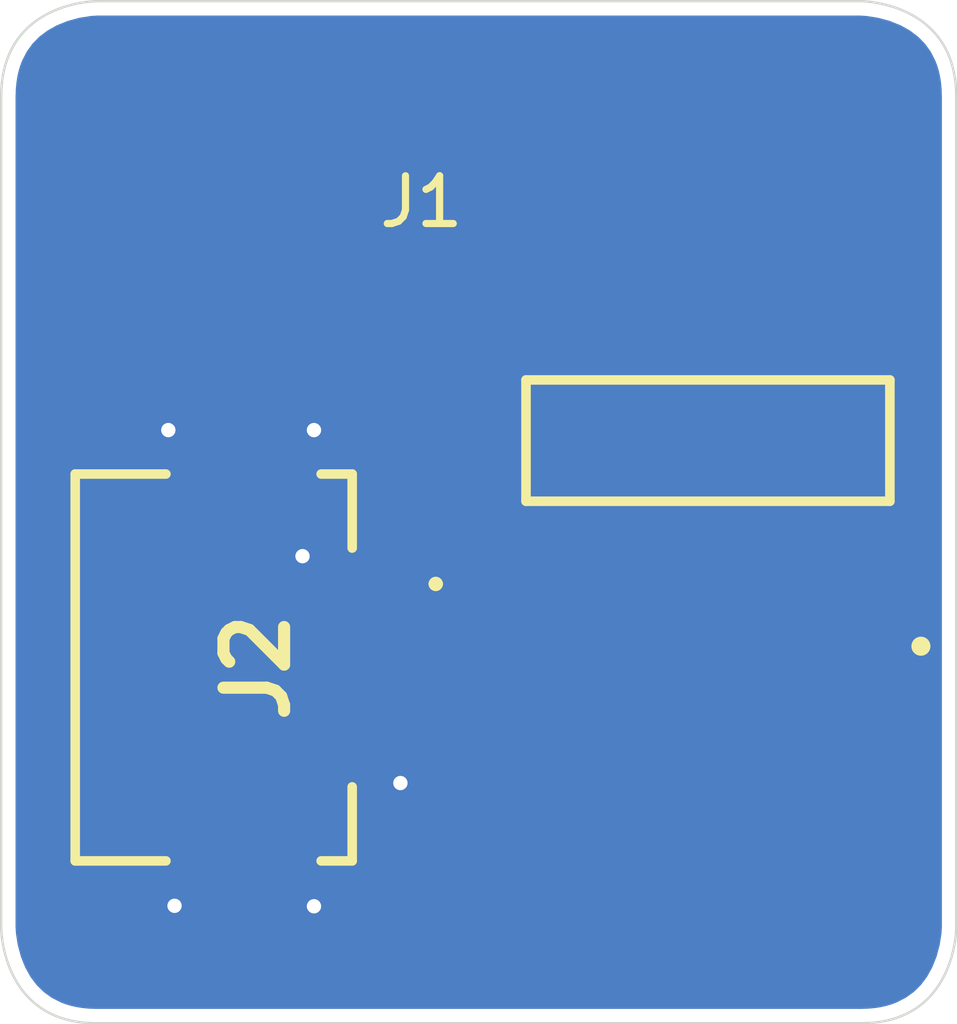
<source format=kicad_pcb>
(kicad_pcb (version 20241229) (generator "pcbnew") (generator_version "9.0")
  (title_block (comment 4 "AISLER Project ID: ZVZOHGQE"))
  (layers (0 "F.Cu" signal) (2 "B.Cu" signal) (13 "F.Paste" user) (15 "B.Paste" user) (5 "F.SilkS" user "F.Silkscreen") (7 "B.SilkS" user "B.Silkscreen") (1 "F.Mask" user) (3 "B.Mask" user) (25 "Edge.Cuts" user))
  (net 0 "")
  (net 1 "Net-(J1-Pad05)")
  (net 2 "Net-(J1-Pad01)")
  (net 3 "Net-(J1-Pad02)")
  (net 4 "Net-(J1-Pad04)")
  (net 5 "Net-(J1-Pad06)")
  (net 6 "Net-(J1-Pad03)")
  (net 7 "AVSS")
  (footprint "foots:TSM-103-01-L-DH" (layer "F.Cu") (at 134.8 69.2)
    (property "Reference" "J1" (at -6 -5 0) (layer "F.SilkS"))
    (property "Value" "TSM-103-01-L-DH" (hide yes))
    (fp_line (start -3.81 1.27) (end -3.81 -1.27) (stroke (width 0.2)) (layer "F.SilkS"))
    (fp_line (start 3.81 -1.27) (end -3.81 -1.27) (stroke (width 0.2)) (layer "F.SilkS"))
    (fp_line (start 3.81 -1.27) (end 3.81 1.27) (stroke (width 0.2)) (layer "F.SilkS"))
    (fp_line (start 3.81 1.27) (end -3.81 1.27) (stroke (width 0.2)) (layer "F.SilkS"))
    (fp_circle (center 4.46 4.305) (end 4.56 4.305) (stroke (width 0.2)) (fill no) (layer "F.SilkS"))
    (pad "01" smd rect (at 2.54 4.305) (size 1.27 3.18) (layers "F.Cu" "F.Mask" "F.Paste") (net 2 "Net-(J1-Pad01)"))
    (pad "02" smd rect (at 2.54 8.495) (size 1.27 3.18) (layers "F.Cu" "F.Mask" "F.Paste") (net 3 "Net-(J1-Pad02)"))
    (pad "03" smd rect (at 0 4.305) (size 1.27 3.18) (layers "F.Cu" "F.Mask" "F.Paste") (net 6 "Net-(J1-Pad03)"))
    (pad "04" smd rect (at 0 8.495) (size 1.27 3.18) (layers "F.Cu" "F.Mask" "F.Paste") (net 4 "Net-(J1-Pad04)"))
    (pad "05" smd rect (at -2.54 4.305) (size 1.27 3.18) (layers "F.Cu" "F.Mask" "F.Paste") (net 1 "Net-(J1-Pad05)"))
    (pad "06" smd rect (at -2.54 8.495) (size 1.27 3.18) (layers "F.Cu" "F.Mask" "F.Paste") (net 5 "Net-(J1-Pad06)"))
  )
  (footprint "foots:687108149022" (layer "F.Cu") (at 125.05 73.95 -90)
    (property "Reference" "J2" (at 0 -0.3 90) (layer "F.SilkS") (effects (font (size 1.27 1.27) (thickness 0.254))))
    (property "Value" "687108149022" (hide yes))
    (fp_line (start -4.05 3.5) (end 4.05 3.5) (stroke (width 0.2)) (layer "F.SilkS"))
    (fp_line (start 4.05 3.5) (end 4.05 1.6) (stroke (width 0.2)) (layer "F.SilkS"))
    (fp_line (start -4.05 1.6) (end -4.05 3.5) (stroke (width 0.2)) (layer "F.SilkS"))
    (fp_line (start -4.05 -1.65) (end -4.05 -2.3) (stroke (width 0.2)) (layer "F.SilkS"))
    (fp_line (start -4.05 -2.3) (end -2.5 -2.3) (stroke (width 0.2)) (layer "F.SilkS"))
    (fp_line (start 2.5 -2.3) (end 4.05 -2.3) (stroke (width 0.2)) (layer "F.SilkS"))
    (fp_line (start 4.05 -2.3) (end 4.05 -1.65) (stroke (width 0.2)) (layer "F.SilkS"))
    (fp_line (start -1.75 -4) (end -1.75 -4) (stroke (width 0.2)) (layer "F.SilkS"))
    (fp_line (start -1.75 -4) (end -1.75 -4) (stroke (width 0.2)) (layer "F.SilkS"))
    (fp_line (start -1.75 -4.1) (end -1.75 -4.1) (stroke (width 0.2)) (layer "F.SilkS"))
    (fp_arc (start -1.75 -4) (mid -1.8 -4.05) (end -1.75 -4.1) (stroke (width 0.2)) (layer "F.SilkS"))
    (fp_arc (start -1.75 -4.1) (mid -1.7 -4.05) (end -1.75 -4) (stroke (width 0.2)) (layer "F.SilkS"))
    (fp_arc (start -1.75 -4.1) (mid -1.7 -4.05) (end -1.75 -4) (stroke (width 0.2)) (layer "F.SilkS"))
    (pad "1" smd rect (at -1.75 -2.75 270) (size 0.3 1.3) (layers "F.Cu" "F.Mask" "F.Paste") (net 7 "AVSS"))
    (pad "2" smd rect (at -1.25 -2.75 270) (size 0.3 1.3) (layers "F.Cu" "F.Mask" "F.Paste") (net 2 "Net-(J1-Pad01)"))
    (pad "3" smd rect (at -0.75 -2.75 270) (size 0.3 1.3) (layers "F.Cu" "F.Mask" "F.Paste") (net 3 "Net-(J1-Pad02)"))
    (pad "4" smd rect (at -0.25 -2.75 270) (size 0.3 1.3) (layers "F.Cu" "F.Mask" "F.Paste") (net 6 "Net-(J1-Pad03)"))
    (pad "5" smd rect (at 0.25 -2.75 270) (size 0.3 1.3) (layers "F.Cu" "F.Mask" "F.Paste") (net 4 "Net-(J1-Pad04)"))
    (pad "6" smd rect (at 0.75 -2.75 270) (size 0.3 1.3) (layers "F.Cu" "F.Mask" "F.Paste") (net 1 "Net-(J1-Pad05)"))
    (pad "7" smd rect (at 1.25 -2.75 270) (size 0.3 1.3) (layers "F.Cu" "F.Mask" "F.Paste") (net 5 "Net-(J1-Pad06)"))
    (pad "8" smd rect (at 1.75 -2.75 270) (size 0.3 1.3) (layers "F.Cu" "F.Mask" "F.Paste") (net 7 "AVSS"))
    (pad "MP1" smd rect (at -3.55 0) (size 1.8 2) (layers "F.Cu" "F.Mask" "F.Paste") (net 7 "AVSS"))
    (pad "MP2" smd rect (at 3.55 0) (size 1.8 2) (layers "F.Cu" "F.Mask" "F.Paste") (net 7 "AVSS"))
  )
  (gr_curve (pts (xy 120 62) (xy 120 60) (xy 122 60) (xy 122 60)) (stroke (width 0.05)) (layer "Edge.Cuts"))
  (gr_curve (pts (xy 140 62) (xy 140 60) (xy 138 60) (xy 138 60)) (stroke (width 0.05)) (layer "Edge.Cuts"))
  (gr_line (start 120 79.4) (end 120 62) (stroke (width 0.05)) (layer "Edge.Cuts"))
  (gr_line (start 140 62) (end 140 79.4) (stroke (width 0.05)) (layer "Edge.Cuts"))
  (gr_curve (pts (xy 138 81.4) (xy 140 81.4) (xy 140 79.4) (xy 140 79.4)) (stroke (width 0.05)) (layer "Edge.Cuts"))
  (gr_line (start 122 60) (end 138 60) (stroke (width 0.05)) (layer "Edge.Cuts"))
  (gr_line (start 138 81.4) (end 122 81.4) (stroke (width 0.05)) (layer "Edge.Cuts"))
  (gr_curve (pts (xy 122 81.4) (xy 120 81.4) (xy 120 79.4) (xy 120 79.4)) (stroke (width 0.05)) (layer "Edge.Cuts"))
  (segment (start 130.245 73.505) (end 129.05 74.7) (width 0.3) (layer "F.Cu") (net 1))
  (segment (start 132.26 73.505) (end 130.245 73.505) (width 0.3) (layer "F.Cu") (net 1))
  (segment (start 129.05 74.7) (end 127.8 74.7) (width 0.3) (layer "F.Cu") (net 1))
  (segment (start 135.59 70.8) (end 130.8 70.8) (width 0.3) (layer "F.Cu") (net 2))
  (segment (start 130.8 70.8) (end 128.9 72.7) (width 0.3) (layer "F.Cu") (net 2))
  (segment (start 137.34 72.55) (end 135.59 70.8) (width 0.3) (layer "F.Cu") (net 2))
  (segment (start 128.9 72.7) (end 127.8 72.7) (width 0.3) (layer "F.Cu") (net 2))
  (segment (start 135.69 80.3) (end 130.22 80.3) (width 0.25) (layer "F.Cu") (net 3))
  (segment (start 126.05 74.048) (end 126.898 73.2) (width 0.25) (layer "F.Cu") (net 3))
  (segment (start 137.34 78.65) (end 135.69 80.3) (width 0.25) (layer "F.Cu") (net 3))
  (segment (start 126.05 76.13) (end 126.05 74.048) (width 0.25) (layer "F.Cu") (net 3))
  (segment (start 130.22 80.3) (end 126.05 76.13) (width 0.25) (layer "F.Cu") (net 3))
  (segment (start 126.898 73.2) (end 127.8 73.2) (width 0.25) (layer "F.Cu") (net 3))
  (segment (start 133.65 79.8) (end 130.4 79.8) (width 0.25) (layer "F.Cu") (net 4))
  (segment (start 130.4 79.8) (end 126.54 75.94) (width 0.25) (layer "F.Cu") (net 4))
  (segment (start 134.8 78.65) (end 133.65 79.8) (width 0.25) (layer "F.Cu") (net 4))
  (segment (start 126.54 74.52) (end 126.86 74.2) (width 0.25) (layer "F.Cu") (net 4))
  (segment (start 126.54 75.94) (end 126.54 74.52) (width 0.25) (layer "F.Cu") (net 4))
  (segment (start 126.86 74.2) (end 127.8 74.2) (width 0.25) (layer "F.Cu") (net 4))
  (segment (start 129.765 75.2) (end 132.26 77.695) (width 0.3) (layer "F.Cu") (net 5))
  (segment (start 127.8 75.2) (end 129.765 75.2) (width 0.3) (layer "F.Cu") (net 5))
  (segment (start 134.8 72.55) (end 133.65 71.4) (width 0.3) (layer "F.Cu") (net 6))
  (segment (start 128.9 73.7) (end 127.8 73.7) (width 0.3) (layer "F.Cu") (net 6))
  (segment (start 133.65 71.4) (end 131.2 71.4) (width 0.3) (layer "F.Cu") (net 6))
  (segment (start 131.2 71.4) (end 128.9 73.7) (width 0.3) (layer "F.Cu") (net 6))
  (segment (start 126.499 71.849) (end 127.8 71.849) (width 1) (layer "F.Cu") (net 7))
  (segment (start 125.05 77.5) (end 124.999 77.449) (width 1) (layer "F.Cu") (net 7))
  (segment (start 124.999 77.449) (end 124.999 70.451) (width 0.8) (layer "F.Cu") (net 7))
  (segment (start 124.999 70.451) (end 125.05 70.4) (width 1) (layer "F.Cu") (net 7))
  (segment (start 126.425 71.775) (end 126.499 71.849) (width 1) (layer "F.Cu") (net 7))
  (segment (start 125.05 70.4) (end 126.425 71.775) (width 1) (layer "F.Cu") (net 7))
  (via (at 128.36 76.37) (size 0.8) (drill 0.3) (layers "F.Cu" "B.Cu") (net 7))
  (via (at 123.63 78.94) (size 0.8) (drill 0.3) (layers "F.Cu" "B.Cu") (net 7))
  (via (at 126.55 68.98) (size 0.8) (drill 0.3) (layers "F.Cu" "B.Cu") (net 7))
  (via (at 123.5 68.98) (size 0.8) (drill 0.3) (layers "F.Cu" "B.Cu") (net 7))
  (via (at 126.31 71.62) (size 0.8) (drill 0.3) (layers "F.Cu" "B.Cu") (net 7))
  (via (at 126.55 78.95) (size 0.8) (drill 0.3) (layers "F.Cu" "B.Cu") (net 7))
  (zone (net 7) (net_name "AVSS") (layer "F.Cu") (priority 1) (connect_pads yes (clearance 0.3)) (min_thickness 0.2) (fill yes (thermal_gap 0.4) (thermal_bridge_width 0.25))
    (polygon (pts (xy 127.3 75.7) (xy 128.8 75.7) (xy 129.55 76.2) (xy 129.55 77.45) (xy 128.8 77.45) (xy 127.3 75.95)))
  )
  (zone (net 7) (net_name "AVSS") (layer "F.Cu") (priority 2) (connect_pads yes (clearance 0.3)) (min_thickness 0.2) (fill yes (thermal_gap 0.4) (thermal_bridge_width 0.25))
    (polygon (pts (xy 123.7 77.1) (xy 126.4 77.1) (xy 126.4 78.8) (xy 123.7 78.8)))
  )
  (zone (net 7) (net_name "AVSS") (layer "F.Cu") (priority 3) (connect_pads yes (clearance 0.3)) (min_thickness 0.2) (fill yes (thermal_gap 0.4) (thermal_bridge_width 0.25))
    (polygon (pts (xy 126.4 70.3) (xy 126.4 69) (xy 123.7 69) (xy 123.7 70.3)))
  )
  (zone (net 7) (net_name "AVSS") (layer "B.Cu") (connect_pads yes (clearance 0.3)) (min_thickness 0.2) (fill yes (thermal_gap 0.4) (thermal_bridge_width 0.25))
    (polygon (pts (xy 120.2 60.2) (xy 139.8 60.2) (xy 139.8 81.2) (xy 120.2 81.2)))
  )
)
</source>
